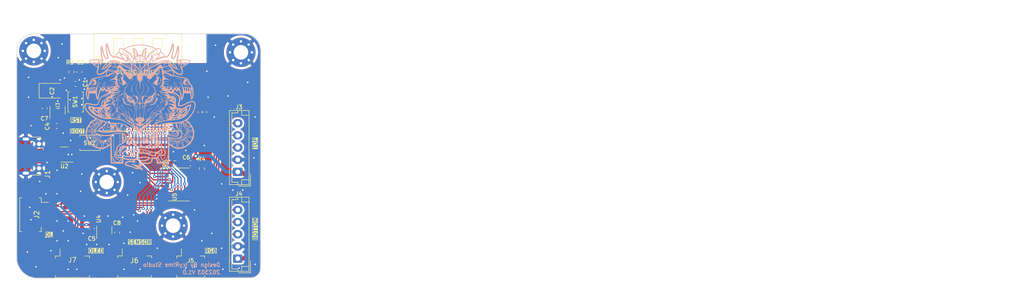
<source format=kicad_pcb>
(kicad_pcb (version 20221018) (generator pcbnew)

  (general
    (thickness 1.6)
  )

  (paper "A5")
  (layers
    (0 "F.Cu" signal)
    (31 "B.Cu" signal)
    (32 "B.Adhes" user "B.Adhesive")
    (33 "F.Adhes" user "F.Adhesive")
    (34 "B.Paste" user)
    (35 "F.Paste" user)
    (36 "B.SilkS" user "B.Silkscreen")
    (37 "F.SilkS" user "F.Silkscreen")
    (38 "B.Mask" user)
    (39 "F.Mask" user)
    (40 "Dwgs.User" user "User.Drawings")
    (41 "Cmts.User" user "User.Comments")
    (42 "Eco1.User" user "User.Eco1")
    (43 "Eco2.User" user "User.Eco2")
    (44 "Edge.Cuts" user)
    (45 "Margin" user)
    (46 "B.CrtYd" user "B.Courtyard")
    (47 "F.CrtYd" user "F.Courtyard")
    (48 "B.Fab" user)
    (49 "F.Fab" user)
    (50 "User.1" user)
    (51 "User.2" user)
    (52 "User.3" user)
    (53 "User.4" user)
    (54 "User.5" user)
    (55 "User.6" user)
    (56 "User.7" user)
    (57 "User.8" user)
    (58 "User.9" user)
  )

  (setup
    (stackup
      (layer "F.SilkS" (type "Top Silk Screen"))
      (layer "F.Paste" (type "Top Solder Paste"))
      (layer "F.Mask" (type "Top Solder Mask") (thickness 0.01))
      (layer "F.Cu" (type "copper") (thickness 0.035))
      (layer "dielectric 1" (type "core") (thickness 1.51) (material "FR4") (epsilon_r 4.5) (loss_tangent 0.02))
      (layer "B.Cu" (type "copper") (thickness 0.035))
      (layer "B.Mask" (type "Bottom Solder Mask") (thickness 0.01))
      (layer "B.Paste" (type "Bottom Solder Paste"))
      (layer "B.SilkS" (type "Bottom Silk Screen"))
      (copper_finish "None")
      (dielectric_constraints no)
    )
    (pad_to_mask_clearance 0)
    (aux_axis_origin 56.5404 76.454)
    (grid_origin 56.5404 76.454)
    (pcbplotparams
      (layerselection 0x00010fc_ffffffff)
      (plot_on_all_layers_selection 0x0000000_00000000)
      (disableapertmacros false)
      (usegerberextensions false)
      (usegerberattributes true)
      (usegerberadvancedattributes true)
      (creategerberjobfile true)
      (dashed_line_dash_ratio 12.000000)
      (dashed_line_gap_ratio 3.000000)
      (svgprecision 4)
      (plotframeref false)
      (viasonmask false)
      (mode 1)
      (useauxorigin false)
      (hpglpennumber 1)
      (hpglpenspeed 20)
      (hpglpendiameter 15.000000)
      (dxfpolygonmode true)
      (dxfimperialunits true)
      (dxfusepcbnewfont true)
      (psnegative false)
      (psa4output false)
      (plotreference true)
      (plotvalue true)
      (plotinvisibletext false)
      (sketchpadsonfab false)
      (subtractmaskfromsilk false)
      (outputformat 1)
      (mirror false)
      (drillshape 1)
      (scaleselection 1)
      (outputdirectory "")
    )
  )

  (net 0 "")
  (net 1 "Net-(U1-EN)")
  (net 2 "GND")
  (net 3 "+3V3")
  (net 4 "VBUS")
  (net 5 "UART_TXD")
  (net 6 "UART_RXD")
  (net 7 "/DATA_T")
  (net 8 "/CS_T")
  (net 9 "/CLK_T")
  (net 10 "/DATA_B")
  (net 11 "/CS_B")
  (net 12 "/CLK_B")
  (net 13 "GPIO4")
  (net 14 "GPIO5")
  (net 15 "/RGB_L")
  (net 16 "/RGB_R")
  (net 17 "GPIO8")
  (net 18 "GPIO10")
  (net 19 "GPIO2")
  (net 20 "GPIO3")
  (net 21 "GPIO7")
  (net 22 "GPIO6")
  (net 23 "Net-(U1-IO9{slash}BOOT)")
  (net 24 "/USB_N")
  (net 25 "/USB_P")
  (net 26 "GPIO1")
  (net 27 "GPIO0")
  (net 28 "unconnected-(U3-NC-Pad4)")
  (net 29 "Net-(U5-CE)")
  (net 30 "Net-(U5-A->B)")
  (net 31 "+3.3V")
  (net 32 "/MUSB_N")
  (net 33 "/MUSB_P")
  (net 34 "unconnected-(J1-ID-Pad4)")
  (net 35 "Net-(U1-IO18)")
  (net 36 "Net-(U1-IO19)")

  (footprint "Capacitor_SMD:C_0603_1608Metric" (layer "F.Cu") (at 64.135 40.3177 -90))

  (footprint "Capacitor_Tantalum_SMD:CP_EIA-3528-12_Kemet-T_Pad1.50x2.35mm_HandSolder" (layer "F.Cu") (at 65.6336 36.6855))

  (footprint "Connector_JST:JST_EH_B5B-EH-A_1x05_P2.50mm_Vertical" (layer "F.Cu") (at 103.759 53.3508 90))

  (footprint "Connector_Molex:Molex_PicoBlade_53261-0471_1x04-1MP_P1.25mm_Horizontal" (layer "F.Cu") (at 61.714 62.1338 -90))

  (footprint "Capacitor_SMD:C_0603_1608Metric" (layer "F.Cu") (at 66.6242 43.9245))

  (footprint "Package_TO_SOT_SMD:SOT-23-3" (layer "F.Cu") (at 76.367601 65.2835 90))

  (footprint "Package_TO_SOT_SMD:SOT-23-6" (layer "F.Cu") (at 68.1812 49.785 180))

  (footprint "MountingHole:MountingHole_3mm_Pad_Via" (layer "F.Cu") (at 104.409 28.8108))

  (footprint "Resistor_SMD:R_0402_1005Metric" (layer "F.Cu") (at 95.9866 41.0718 -90))

  (footprint "Resistor_SMD:R_0603_1608Metric" (layer "F.Cu") (at 90.8558 51.5874 180))

  (footprint "Capacitor_SMD:C_0603_1608Metric" (layer "F.Cu") (at 71.247 32.8422 -90))

  (footprint "Button_Switch_SMD:SW_Push_SPST_NO_Alps_SKRK" (layer "F.Cu") (at 70.485 38.989 90))

  (footprint "Package_SO:TSSOP-20_4.4x6.5mm_P0.65mm" (layer "F.Cu") (at 91.6686 55.9308))

  (footprint "Connector_Molex:Molex_PicoBlade_53261-0471_1x04-1MP_P1.25mm_Horizontal" (layer "F.Cu") (at 69.8246 72.3218))

  (footprint "Capacitor_SMD:C_0603_1608Metric" (layer "F.Cu") (at 78.994 65.8114 90))

  (footprint "Connector_Molex:Molex_PicoBlade_53261-0371_1x03-1MP_P1.25mm_Horizontal" (layer "F.Cu") (at 94.107 72.3138))

  (footprint "Connector_USB:USB_Micro-B_Molex-105017-0001" (layer "F.Cu") (at 61.5117 50.1048 -90))

  (footprint "Capacitor_SMD:C_0603_1608Metric" (layer "F.Cu") (at 73.787 64.9478 -90))

  (footprint "Resistor_SMD:R_0603_1608Metric" (layer "F.Cu") (at 69.6214 32.8422 -90))

  (footprint "Connector_JST:JST_EH_B5B-EH-A_1x05_P2.50mm_Vertical" (layer "F.Cu") (at 103.759 71.1408 90))

  (footprint "Connector_Molex:Molex_PicoBlade_53261-0471_1x04-1MP_P1.25mm_Horizontal" (layer "F.Cu") (at 82.58 72.3008))

  (footprint "MountingHole:MountingHole_3mm_Pad_Via" (layer "F.Cu") (at 61.8998 28.5094))

  (footprint "Resistor_SMD:R_0603_1608Metric" (layer "F.Cu") (at 96.393 52.6796 90))

  (footprint "Capacitor_SMD:C_0603_1608Metric" (layer "F.Cu") (at 70.4342 35.2806))

  (footprint "CustomLIB:ESP32-C3-13" (layer "F.Cu") (at 74.283711 44.9408))

  (footprint "Package_TO_SOT_SMD:SOT-23-5" (layer "F.Cu") (at 66.7766 40.6733 90))

  (footprint "MountingHole:MountingHole_3mm_Pad_Via" (layer "F.Cu") (at 90.48401 64.37281))

  (footprint "Capacitor_SMD:C_0603_1608Metric" (layer "F.Cu") (at 94.0562 51.5874 180))

  (footprint "MountingHole:MountingHole_3mm_Pad_Via" (layer "F.Cu") (at 76.871 55.4228))

  (footprint "Button_Switch_SMD:SW_Push_SPST_NO_Alps_SKRK" (layer "F.Cu") (at 73.4314 47.371 180))

  (footprint "Resistor_SMD:R_0402_1005Metric" (layer "F.Cu") (at 97.0026 41.0718 -90))

  (footprint "LOGO" (layer "B.Cu")
    (tstamp 09c41641-1bc5-41d8-a786-79e21023f928)
    (at 83.693 40.0558 180)
    (attr board_only exclude_from_pos_files exclude_from_bom)
    (fp_text reference "G***" (at -1.016 22.098) (layer "B.SilkS") hide
        (effects (font (size 1.5 1.5) (thickness 0.3)) (justify mirror))
      (tstamp 1b6eab70-2c1b-42cf-bfe4-9fb6f91fea31)
    )
    (fp_text value "LOGO" (at 0.75 0) (layer "B.SilkS") hide
        (effects (font (size 1.5 1.5) (thickness 0.3)) (justify mirror))
      (tstamp d8f47c82-9f2f-49cd-ac87-ce9844d8b7e1)
    )
    (fp_poly
      (pts
        (xy -10.260099 0.453572)
        (xy -10.275739 0.437931)
        (xy -10.29138 0.453572)
        (xy -10.275739 0.469212)
      )

      (stroke (width 0) (type solid)) (fill solid) (layer "B.SilkS") (tstamp 64f355da-5394-4ec9-b03c-b4459c3df295))
    (fp_poly
      (pts
        (xy -10.197537 -3.143719)
        (xy -10.213178 -3.159359)
        (xy -10.228818 -3.143719)
        (xy -10.213178 -3.128079)
      )

      (stroke (width 0) (type solid)) (fill solid) (layer "B.SilkS") (tstamp 6f06dcba-d84f-4562-b1b8-d457e3023599))
    (fp_poly
      (pts
        (xy -9.853449 -3.175)
        (xy -9.869089 -3.19064)
        (xy -9.884729 -3.175)
        (xy -9.869089 -3.159359)
      )

      (stroke (width 0) (type solid)) (fill solid) (layer "B.SilkS") (tstamp 61c5fe50-d29d-493e-a268-26de40e9f4cc))
    (fp_poly
      (pts
        (xy -9.822168 -4.175985)
        (xy -9.837808 -4.191625)
        (xy -9.853449 -4.175985)
        (xy -9.837808 -4.160345)
      )

      (stroke (width 0) (type solid)) (fill solid) (layer "B.SilkS") (tstamp a5c5d653-91b5-4164-aba2-489ec25ae405))
    (fp_poly
      (pts
        (xy -9.790887 -4.113423)
        (xy -9.806527 -4.129064)
        (xy -9.822168 -4.113423)
        (xy -9.806527 -4.097783)
      )

      (stroke (width 0) (type solid)) (fill solid) (layer "B.SilkS") (tstamp e431ff37-43cd-4f95-9c4b-93158182d5dd))
    (fp_poly
      (pts
        (xy -9.697045 -3.519088)
        (xy -9.712685 -3.534729)
        (xy -9.728325 -3.519088)
        (xy -9.712685 -3.503448)
      )

      (stroke (width 0) (type solid)) (fill solid) (layer "B.SilkS") (tstamp 3a638d2d-4455-4e9b-882d-3d101ebae7a3))
    (fp_poly
      (pts
        (xy -9.290394 -7.178941)
        (xy -9.306035 -7.194581)
        (xy -9.321675 -7.178941)
        (xy -9.306035 -7.1633)
      )

      (stroke (width 0) (type solid)) (fill solid) (layer "B.SilkS") (tstamp b6996f98-b0b2-4070-874b-a4eaea4bd868))
    (fp_poly
      (pts
        (xy -9.290394 -6.553325)
        (xy -9.306035 -6.568965)
        (xy -9.321675 -6.553325)
        (xy -9.306035 -6.537684)
      )

      (stroke (width 0) (type solid)) (fill solid) (layer "B.SilkS") (tstamp dce2ac48-4ee8-40ac-9521-711b5f0c9687))
    (fp_poly
      (pts
        (xy -9.196552 -6.052832)
        (xy -9.212192 -6.068473)
        (xy -9.227833 -6.052832)
        (xy -9.212192 -6.037192)
      )

      (stroke (width 0) (type solid)) (fill solid) (layer "B.SilkS") (tstamp 437a0eec-8cee-4a29-bb09-806b4a38976f))
    (fp_poly
      (pts
        (xy -9.165271 -6.678448)
        (xy -9.180912 -6.694088)
        (xy -9.196552 -6.678448)
        (xy -9.180912 -6.662808)
      )

      (stroke (width 0) (type solid)) (fill solid) (layer "B.SilkS") (tstamp 11237304-707f-42ce-9eae-322d0026c08f))
    (fp_poly
      (pts
        (xy -9.165271 4.394951)
        (xy -9.180912 4.379311)
        (xy -9.196552 4.394951)
        (xy -9.180912 4.410591)
      )

      (stroke (width 0) (type solid)) (fill solid) (layer "B.SilkS") (tstamp 727863e7-5d6b-4cf0-bb8c-ed7e2d7a4c66))
    (fp_poly
      (pts
        (xy -9.13399 3.894458)
        (xy -9.149631 3.878818)
        (xy -9.165271 3.894458)
        (xy -9.149631 3.910099)
      )

      (stroke (width 0) (type solid)) (fill solid) (layer "B.SilkS") (tstamp 3fea48ad-066a-4a95-8e8e-5dcf7a654161))
    (fp_poly
      (pts
        (xy -9.008867 5.677463)
        (xy -9.024508 5.661823)
        (xy -9.040148 5.677463)
        (xy -9.024508 5.693104)
      )

      (stroke (width 0) (type solid)) (fill solid) (layer "B.SilkS") (tstamp 9e62dd72-843e-47c7-9f43-edefc36a1736))
    (fp_poly
      (pts
        (xy -8.883744 -6.803571)
        (xy -8.899384 -6.819212)
        (xy -8.915025 -6.803571)
        (xy -8.899384 -6.787931)
      )

      (stroke (width 0) (type solid)) (fill solid) (layer "B.SilkS") (tstamp bc3cfcd7-4253-467f-abc0-4ff6ad6c8eba))
    (fp_poly
      (pts
        (xy -8.883744 -5.302093)
        (xy -8.899384 -5.317734)
        (xy -8.915025 -5.302093)
        (xy -8.899384 -5.286453)
      )

      (stroke (width 0) (type solid)) (fill solid) (layer "B.SilkS") (tstamp a9448d39-49e0-48cf-9c07-ef76cad77b91))
    (fp_poly
      (pts
        (xy -8.72734 8.117365)
        (xy -8.742981 8.101724)
        (xy -8.758621 8.117365)
        (xy -8.742981 8.133005)
      )

      (stroke (width 0) (type solid)) (fill solid) (layer "B.SilkS") (tstamp 8dc21f87-9464-4a4f-affc-e4186d461e74))
    (fp_poly
      (pts
        (xy -8.539655 4.426232)
        (xy -8.555296 4.410591)
        (xy -8.570936 4.426232)
        (xy -8.555296 4.441872)
      )

      (stroke (width 0) (type solid)) (fill solid) (layer "B.SilkS") (tstamp 4c516b55-ddd3-470d-be3d-eddcad225ed7))
    (fp_poly
      (pts
        (xy -8.289409 -7.397906)
        (xy -8.305049 -7.413546)
        (xy -8.32069 -7.397906)
        (xy -8.305049 -7.382266)
      )

      (stroke (width 0) (type solid)) (fill solid) (layer "B.SilkS") (tstamp 4eae234c-5147-4be5-a557-daebd55dd998))
    (fp_poly
      (pts
        (xy -8.226848 4.113424)
        (xy -8.242488 4.097784)
        (xy -8.258128 4.113424)
        (xy -8.242488 4.129064)
      )

      (stroke (width 0) (type solid)) (fill solid) (layer "B.SilkS") (tstamp c1e93a47-3392-4d63-b7ce-a1089fa99648))
    (fp_poly
      (pts
        (xy -8.133005 8.555296)
        (xy -8.148646 8.539655)
        (xy -8.164286 8.555296)
        (xy -8.148646 8.570936)
      )

      (stroke (width 0) (type solid)) (fill solid) (layer "B.SilkS") (tstamp 44764505-44b7-402c-bdec-0c0da847ebe1))
    (fp_poly
      (pts
        (xy -7.663793 -0.046921)
        (xy -7.679434 -0.062561)
        (xy -7.695074 -0.046921)
        (xy -7.679434 -0.03128)
      )

      (stroke (width 0) (type solid)) (fill solid) (layer "B.SilkS") (tstamp fe09c2d3-347f-4c3c-802a-317d7d0028e7))
    (fp_poly
      (pts
        (xy -7.632513 -8.367611)
        (xy -7.648153 -8.383251)
        (xy -7.663793 -8.367611)
        (xy -7.648153 -8.35197)
      )

      (stroke (width 0) (type solid)) (fill solid) (layer "B.SilkS") (tstamp b743c4be-e430-4db7-8014-d21c2799ba38))
    (fp_poly
      (pts
        (xy -7.632513 -2.330418)
        (xy -7.648153 -2.346059)
        (xy -7.663793 -2.330418)
        (xy -7.648153 -2.314778)
      )

      (stroke (width 0) (type solid)) (fill solid) (layer "B.SilkS") (tstamp bd36f31d-d7fd-4c91-9eca-a19bc9fee503))
    (fp_poly
      (pts
        (xy -7.632513 2.3617)
        (xy -7.648153 2.346059)
        (xy -7.663793 2.3617)
        (xy -7.648153 2.37734)
      )

      (stroke (width 0) (type solid)) (fill solid) (layer "B.SilkS") (tstamp e0339112-3fa7-4447-8b96-5edbcf40836c))
    (fp_poly
      (pts
        (xy -7.601232 -0.547413)
        (xy -7.616872 -0.563054)
        (xy -7.632513 -0.547413)
        (xy -7.616872 -0.531773)
      )

      (stroke (width 0) (type solid)) (fill solid) (layer "B.SilkS") (tstamp c22881da-9b8a-401f-8c98-79c569fb2bc6))
    (fp_poly
      (pts
        (xy -7.413547 -5.114409)
        (xy -7.429187 -5.130049)
        (xy -7.444828 -5.114409)
        (xy -7.429187 -5.098768)
      )

      (stroke (width 0) (type solid)) (fill solid) (layer "B.SilkS") (tstamp 7fb4d371-568b-4595-8a84-09e245403a01))
    (fp_poly
      (pts
        (xy -7.413547 4.926724)
        (xy -7.429187 4.911084)
        (xy -7.444828 4.926724)
        (xy -7.429187 4.942365)
      )

      (stroke (width 0) (type solid)) (fill solid) (layer "B.SilkS") (tstamp 6aaed20c-4161-4869-bf33-0822ad39b8cf))
    (fp_poly
      (pts
        (xy -7.350985 6.803572)
        (xy -7.366626 6.787931)
        (xy -7.382266 6.803572)
        (xy -7.366626 6.819212)
      )

      (stroke (width 0) (type solid)) (fill solid) (layer "B.SilkS") (tstamp 97e2da1e-1575-4c6d-be88-f9edb0bf88e3))
    (fp_poly
      (pts
        (xy -7.288424 11.245444)
        (xy -7.304064 11.229803)
        (xy -7.319705 11.245444)
        (xy -7.304064 11.261084)
      )

      (stroke (width 0) (type solid)) (fill solid) (layer "B.SilkS") (tstamp 013c78c1-cbb4-4ea0-89b4-15bb10dfb7cf))
    (fp_poly
      (pts
        (xy -7.194582 2.205296)
        (xy -7.210222 2.189655)
        (xy -7.225862 2.205296)
        (xy -7.210222 2.220936)
      )

      (stroke (width 0) (type solid)) (fill solid) (layer "B.SilkS") (tstamp 91a1c694-bf82-4e46-8138-37382e08c3a3))
    (fp_poly
      (pts
        (xy -7.006897 -4.832881)
        (xy -7.022537 -4.848522)
        (xy -7.038178 -4.832881)
        (xy -7.022537 -4.817241)
      )

      (stroke (width 0) (type solid)) (fill solid) (layer "B.SilkS") (tstamp 8aa0715c-dce0-4e9a-acf8-e68cd2ce8b62))
    (fp_poly
      (pts
        (xy -6.944335 13.059729)
        (xy -6.959976 13.044089)
        (xy -6.975616 13.059729)
        (xy -6.959976 13.07537)
      )

      (stroke (width 0) (type solid)) (fill solid) (layer "B.SilkS") (tstamp 242e8b5e-9b5e-4b56-af6f-71a8a8117976))
    (fp_poly
      (pts
        (xy -6.787931 5.051848)
        (xy -6.803572 5.036207)
        (xy -6.819212 5.051848)
        (xy -6.803572 5.067488)
      )

      (stroke (width 0) (type solid)) (fill solid) (layer "B.SilkS") (tstamp db4ab74f-5209-44f1-9db5-5712966f0049))
    (fp_poly
      (pts
        (xy -6.662808 -1.141748)
        (xy -6.678449 -1.157389)
        (xy -6.694089 -1.141748)
        (xy -6.678449 -1.126108)
      )

      (stroke (width 0) (type solid)) (fill solid) (layer "B.SilkS") (tstamp 4ea894d6-c5ec-48fb-8cca-d68475434b04))
    (fp_poly
      (pts
        (xy -6.443843 -6.678448)
        (xy -6.459483 -6.694088)
        (xy -6.475123 -6.678448)
        (xy -6.459483 -6.662808)
      )

      (stroke (width 0) (type solid)) (fill solid) (layer "B.SilkS") (tstamp 5f3c5567-9635-4077-a7ca-ba5a919147af))
    (fp_poly
      (pts
        (xy -6.443843 -4.551354)
        (xy -6.459483 -4.566995)
        (xy -6.475123 -4.551354)
        (xy -6.459483 -4.535714)
      )

      (stroke (width 0) (type solid)) (fill solid) (layer "B.SilkS") (tstamp 7215e687-4c18-4881-a0af-ad881bb76249))
    (fp_poly
      (pts
        (xy -6.412562 8.961946)
        (xy -6.428202 8.946306)
        (xy -6.443843 8.961946)
        (xy -6.428202 8.977587)
      )

      (stroke (width 0) (type solid)) (fill solid) (layer "B.SilkS") (tstamp a11f4c7b-abc1-4901-9ce9-19bbb2fe6659))
    (fp_poly
      (pts
        (xy -6.35 11.214163)
        (xy -6.365641 11.198522)
        (xy -6.381281 11.214163)
        (xy -6.365641 11.229803)
      )

      (stroke (width 0) (type solid)) (fill solid) (layer "B.SilkS") (tstamp a1bc0fd7-86d6-4e13-ad94-000100dbd1e1))
    (fp_poly
      (pts
        (xy -6.287439 -6.866133)
        (xy -6.303079 -6.881773)
        (xy -6.318719 -6.866133)
        (xy -6.303079 -6.850492)
      )

      (stroke (width 0) (type solid)) (fill solid) (layer "B.SilkS") (tstamp 2c27ce0e-19ff-47b9-99d0-f8001057e5d9))
    (fp_poly
      (pts
        (xy -6.287439 2.080173)
        (xy -6.303079 2.064532)
        (xy -6.318719 2.080173)
        (xy -6.303079 2.095813)
      )

      (stroke (width 0) (type solid)) (fill solid) (layer "B.SilkS") (tstamp 549d0174-8969-42ed-abb6-786775eecb07))
    (fp_poly
      (pts
        (xy -6.131035 3.393966)
        (xy -6.146675 3.378325)
        (xy -6.162315 3.393966)
        (xy -6.146675 3.409606)
      )

      (stroke (width 0) (type solid)) (fill solid) (layer "B.SilkS") (tstamp 4a2e833f-be10-441f-99ee-503a5cfdfeec))
    (fp_poly
      (pts
        (xy -6.037192 -6.678448)
        (xy -6.052833 -6.694088)
        (xy -6.068473 -6.678448)
        (xy -6.052833 -6.662808)
      )

      (stroke (width 0) (type solid)) (fill solid) (layer "B.SilkS") (tstamp d1c792bd-bff5-400a-a3c9-c9020631927e))
    (fp_poly
      (pts
        (xy -5.818227 -1.047906)
        (xy -5.833867 -1.063546)
        (xy -5.849508 -1.047906)
        (xy -5.833867 -1.032266)
      )

      (stroke (width 0) (type solid)) (fill solid) (layer "B.SilkS") (tstamp 7bc807b5-3328-451b-a31a-37e6ebeccc54))
    (fp_poly
      (pts
        (xy -5.818227 0.046921)
        (xy -5.833867 0.031281)
        (xy -5.849508 0.046921)
        (xy -5.833867 0.062562)
      )

      (stroke (width 0) (type solid)) (fill solid) (layer "B.SilkS") (tstamp 4e20feb4-b51a-41fe-aeb3-4cbf392aec61))
    (fp_poly
      (pts
        (xy -5.818227 0.109483)
        (xy -5.833867 0.093843)
        (xy -5.849508 0.109483)
        (xy -5.833867 0.125123)
      )

      (stroke (width 0) (type solid)) (fill solid) (layer "B.SilkS") (tstamp a1b355b8-7f8f-4dad-8ef9-97b48477b395))
    (fp_poly
      (pts
        (xy -5.693104 0.578695)
        (xy -5.708744 0.563054)
        (xy -5.724384 0.578695)
        (xy -5.708744 0.594335)
      )

      (stroke (width 0) (type solid)) (fill solid) (layer "B.SilkS") (tstamp cac8010b-1912-4ff7-b2b2-ef4ddde0f59d))
    (fp_poly
      (pts
        (xy -5.693104 3.800616)
        (xy -5.708744 3.784976)
        (xy -5.724384 3.800616)
        (xy -5.708744 3.816256)
      )

      (stroke (width 0) (type solid)) (fill solid) (layer "B.SilkS") (tstamp 02f33bc7-6aa9-48b2-960a-b862d326151e))
    (fp_poly
      (pts
        (xy -5.567981 6.396921)
        (xy -5.583621 6.381281)
        (xy -5.599261 6.396921)
        (xy -5.583621 6.412562)
      )

      (stroke (width 0) (type solid)) (fill solid) (layer "B.SilkS") (tstamp 4b9fd44c-1dda-47bb-8f57-d54e02beb0d4))
    (fp_poly
      (pts
        (xy -5.5367 4.864163)
        (xy -5.55234 4.848522)
        (xy -5.567981 4.864163)
        (xy -5.55234 4.879803)
      )

      (stroke (width 0) (type solid)) (fill solid) (layer "B.SilkS") (tstamp fa6deb5b-9fb9-418d-8455-9044e0a2c4c1))
    (fp_poly
      (pts
        (xy -5.5367 9.087069)
        (xy -5.55234 9.071429)
        (xy -5.567981 9.087069)
        (xy -5.55234 9.10271)
      )

      (stroke (width 0) (type solid)) (fill solid) (layer "B.SilkS") (tstamp f0b6f72f-74a2-41b3-94c1-405bc8007552))
    (fp_poly
      (pts
        (xy -5.255173 7.992242)
        (xy -5.270813 7.976601)
        (xy -5.286453 7.992242)
        (xy -5.270813 8.007882)
      )

      (stroke (width 0) (type solid)) (fill solid) (layer "B.SilkS") (tstamp 01688ad7-ebe7-410a-959d-bf57aa178e70))
    (fp_poly
      (pts
        (xy -5.036207 8.961946)
        (xy -5.051848 8.946306)
        (xy -5.067488 8.961946)
        (xy -5.051848 8.977587)
      )

      (stroke (width 0) (type solid)) (fill solid) (layer "B.SilkS") (tstamp 5840427b-a767-4742-8a62-a7e1581bed38))
    (fp_poly
      (pts
        (xy -4.942365 -10.682389)
        (xy -4.958005 -10.698029)
        (xy -4.973646 -10.682389)
        (xy -4.958005 -10.666748)
      )

      (stroke (width 0) (type solid)) (fill solid) (layer "B.SilkS") (tstamp 5a89b03d-16e7-4dc4-96cc-2d80790fe8f0))
    (fp_poly
      (pts
        (xy -4.785961 -11.089039)
        (xy -4.801601 -11.104679)
        (xy -4.817242 -11.089039)
        (xy -4.801601 -11.073399)
      )

      (stroke (width 0) (type solid)) (fill solid) (layer "B.SilkS") (tstamp 322563f9-a809-4996-b897-bd66287840e0))
    (fp_poly
      (pts
        (xy -4.785961 8.555296)
        (xy -4.801601 8.539655)
        (xy -4.817242 8.555296)
        (xy -4.801601 8.570936)
      )

      (stroke (width 0) (type solid)) (fill solid) (layer "B.SilkS") (tstamp 07ab62ff-a518-41e9-a358-ed3dc8d597d6))
    (fp_poly
      (pts
        (xy -4.598276 -3.675492)
        (xy -4.613916 -3.691133)
        (xy -4.629557 -3.675492)
        (xy -4.613916 -3.659852)
      )

      (stroke (width 0) (type solid)) (fill solid) (layer "B.SilkS") (tstamp 41669e27-362b-497d-9abd-84a578813701))
    (fp_poly
      (pts
        (xy -4.441872 -0.703817)
        (xy -4.457513 -0.719458)
        (xy -4.473153 -0.703817)
        (xy -4.457513 -0.688177)
      )

      (stroke (width 0) (type solid)) (fill solid) (layer "B.SilkS") (tstamp 6df9720a-c122-4453-81b4-a8cc2d212bd9))
    (fp_poly
      (pts
        (xy -4.379311 0.735099)
        (xy -4.394951 0.719458)
        (xy -4.410591 0.735099)
        (xy -4.394951 0.750739)
      )

      (stroke (width 0) (type solid)) (fill solid) (layer "B.SilkS") (tstamp a71357ce-e3bb-4c29-b416-2f50db990b2a))
    (fp_poly
      (pts
        (xy -4.34803 -11.089039)
        (xy -4.36367 -11.104679)
        (xy -4.379311 -11.089039)
        (xy -4.36367 -11.073399)
      )

      (stroke (width 0) (type solid)) (fill solid) (layer "B.SilkS") (tstamp 6724d1f6-bbe0-4f1f-b716-e60e7227362a))
    (fp_poly
      (pts
        (xy -4.285468 2.048892)
        (xy -4.301109 2.033252)
        (xy -4.316749 2.048892)
        (xy -4.301109 2.064532)
      )

      (stroke (width 0) (type solid)) (fill solid) (layer "B.SilkS") (tstamp 47410050-58d3-4709-ace1-2f963d7651e1))
    (fp_poly
      (pts
        (xy -4.222907 9.431158)
        (xy -4.238547 9.415518)
        (xy -4.254187 9.431158)
        (xy -4.238547 9.446798)
      )

      (stroke (width 0) (type solid)) (fill solid) (layer "B.SilkS") (tstamp a3475bec-9904-4513-a9e8-afc798b68c12))
    (fp_poly
      (pts
        (xy -4.191626 1.360715)
        (xy -4.207266 1.345074)
        (xy -4.222907 1.360715)
        (xy -4.207266 1.376355)
      )

      (stroke (width 0) (type solid)) (fill solid) (layer "B.SilkS") (tstamp 2084be28-b6e1-46a4-8ce5-b8b14bf2529f))
    (fp_poly
      (pts
        (xy -4.160345 -7.55431)
        (xy -4.175985 -7.56995)
        (xy -4.191626 -7.55431)
        (xy -4.175985 -7.53867)
      )

      (stroke (width 0) (type solid)) (fill solid) (layer "B.SilkS") (tstamp ccdcc5e4-6a19-4f6e-a4e3-664275aa2f77))
    (fp_poly
      (pts
        (xy -4.066503 -1.047906)
        (xy -4.082143 -1.063546)
        (xy -4.097783 -1.047906)
        (xy -4.082143 -1.032266)
      )

      (stroke (width 0) (type solid)) (fill solid) (layer "B.SilkS") (tstamp 83e0e015-5de9-4a41-9f6a-fabdfaf0e11c))
    (fp_poly
      (pts
        (xy -4.066503 8.680419)
        (xy -4.082143 8.664779)
        (xy -4.097783 8.680419)
        (xy -4.082143 8.696059)
      )

      (stroke (width 0) (type solid)) (fill solid) (layer "B.SilkS") (tstamp 8717397a-aab1-4cf8-ac2e-c87093cfc5b3))
    (fp_poly
      (pts
        (xy -4.066503 10.963917)
        (xy -4.082143 10.948276)
        (xy -4.097783 10.963917)
        (xy -4.082143 10.979557)
      )

      (stroke (width 0) (type solid)) (fill solid) (layer "B.SilkS") (tstamp 5e0d1ae2-8a6a-44c8-9c7c-dd0cf23a0a9a))
    (fp_poly
      (pts
        (xy -4.035222 -2.424261)
        (xy -4.050862 -2.439901)
        (xy -4.066503 -2.424261)
        (xy -4.050862 -2.40862)
      )

      (stroke (width 0) (type solid)) (fill solid) (layer "B.SilkS") (tstamp cf452686-53a5-4f9a-974e-07bcb5e74dfa))
    (fp_poly
      (pts
        (xy -4.003941 3.081158)
        (xy -4.019582 3.065518)
        (xy -4.035222 3.081158)
        (xy -4.019582 3.096798)
      )

      (stroke (width 0) (type solid)) (fill solid) (layer "B.SilkS") (tstamp 787fe0da-7bdc-4463-87e1-e10e95f77129))
    (fp_poly
      (pts
        (xy -3.847537 -8.899384)
        (xy -3.863178 -8.915024)
        (xy -3.878818 -8.899384)
        (xy -3.863178 -8.883744)
      )

      (stroke (width 0) (type solid)) (fill solid) (layer "B.SilkS") (tstamp 2c33d27f-b717-4dd0-8cc1-4b2a43adc0d6))
    (fp_poly
      (pts
        (xy -3.847537 -2.580665)
        (xy -3.863178 -2.596305)
        (xy -3.878818 -2.580665)
        (xy -3.863178 -2.565024)
      )

      (stroke (width 0) (type solid)) (fill solid) (layer "B.SilkS") (tstamp 0ff6ebe5-6afc-473d-a1ac-92923427ed9e))
    (fp_poly
      (pts
        (xy -3.753695 11.182882)
        (xy -3.769335 11.167242)
        (xy -3.784976 11.182882)
        (xy -3.769335 11.198522)
      )

      (stroke (width 0) (type solid)) (fill solid) (layer "B.SilkS") (tstamp defef63e-9cea-4cea-80a8-afea37c2598c))
    (fp_poly
      (pts
        (xy -3.597291 9.055788)
        (xy -3.612931 9.040148)
        (xy -3.628572 9.055788)
        (xy -3.612931 9.071429)
      )

      (stroke (width 0) (type solid)) (fill solid) (layer "B.SilkS") (tstamp 41893eed-586b-4f2e-bc62-8272ef9e1c42))
    (fp_poly
      (pts
        (xy -3.56601 -0.547413)
        (xy -3.58165 -0.563054)
        (xy -3.597291 -0.547413)
        (xy -3.58165 -0.531773)
      )

      (stroke (width 0) (type solid)) (fill solid) (layer "B.SilkS") (tstamp 50270ce5-8d84-4997-8edc-7f120948742b))
    (fp_poly
      (pts
        (xy -3.534729 9.024508)
        (xy -3.55037 9.008867)
        (xy -3.56601 9.024508)
        (xy -3.55037 9.040148)
      )

      (stroke (width 0) (type solid)) (fill solid) (layer "B.SilkS") (tstamp 802ab10f-e67c-4632-811c-d1c35edd3b8b))
    (fp_poly
      (pts
        (xy -3.378325 -11.589532)
        (xy -3.393966 -11.605172)
        (xy -3.409606 -11.589532)
        (xy -3.393966 -11.573891)
      )

      (stroke (width 0) (type solid)) (fill solid) (layer "B.SilkS") (tstamp 905000d3-a933-4321-924d-4f5e4b001c0f))
    (fp_poly
      (pts
        (xy -3.284483 -1.173029)
        (xy -3.300123 -1.18867)
        (xy -3.315764 -1.173029)
        (xy -3.300123 -1.157389)
      )

      (stroke (width 0) (type solid)) (fill solid) (layer "B.SilkS") (tstamp 583782d1-6567-434e-96e8-23a743befe56))
    (fp_poly
      (pts
        (xy -3.221921 -6.177955)
        (xy -3.237562 -6.193596)
        (xy -3.253202 -6.177955)
        (xy -3.237562 -6.162315)
      )

      (stroke (width 0) (type solid)) (fill solid) (layer "B.SilkS") (tstamp 27d0d15d-d2b3-4432-a47b-88b8c26e1bc8))
    (fp_poly
      (pts
        (xy -3.190641 2.048892)
        (xy -3.206281 2.033252)
        (xy -3.221921 2.048892)
        (xy -3.206281 2.064532)
      )

      (stroke (width 0) (type solid)) (fill solid) (layer "B.SilkS") (tstamp d9b2fb3d-412e-4909-9abc-8d1f05abd346))
    (fp_poly
      (pts
        (xy -3.096798 4.582636)
        (xy -3.112439 4.566995)
        (xy -3.128079 4.582636)
        (xy -3.112439 4.598276)
      )

      (stroke (width 0) (type solid)) (fill solid) (layer "B.SilkS") (tstamp b5656c0f-5daf-47b6-9330-05ad7edffea1))
    (fp_poly
      (pts
        (xy -2.721429 5.020567)
        (xy -2.737069 5.004926)
        (xy -2.75271 5.020567)
        (xy -2.737069 5.036207)
      )

      (stroke (width 0) (type solid)) (fill solid) (layer "B.SilkS") (tstamp dfe274fe-b989-4407-9dbd-4a582917b3a9))
    (fp_poly
      (pts
        (xy -2.721429 8.7117)
        (xy -2.737069 8.696059)
        (xy -2.75271 8.7117)
        (xy -2.737069 8.72734)
      )

      (stroke (width 0) (type solid)) (fill solid) (layer "B.SilkS") (tstamp af716a54-ab77-48bb-b615-becce7e46e6f))
    (fp_poly
      (pts
        (xy -2.627586 6.146675)
        (xy -2.643227 6.131035)
        (xy -2.658867 6.146675)
        (xy -2.643227 6.162316)
      )

      (stroke (width 0) (type solid)) (fill solid) (layer "B.SilkS") (tstamp 9311d537-6350-4ad7-8be9-edc9fde176e4))
    (fp_poly
      (pts
        (xy -2.439902 -2.580665)
        (xy -2.455542 -2.596305)
        (xy -2.471182 -2.580665)
        (xy -2.455542 -2.565024)
      )

      (stroke (width 0) (type solid)) (fill solid) (layer "B.SilkS") (tstamp fdde56ac-c1ec-49d7-a8c2-0f1f0fab3a2d))
    (fp_poly
      (pts
        (xy -2.439902 0.860222)
        (xy -2.455542 0.844582)
        (xy -2.471182 0.860222)
        (xy -2.455542 0.875862)
      )

      (stroke (width 0) (type solid)) (fill solid) (layer "B.SilkS") (tstamp b3f7d233-2353-42d8-9dce-1ae86a923327))
    (fp_poly
      (pts
        (xy -2.408621 1.141749)
        (xy -2.424261 1.126109)
        (xy -2.439902 1.141749)
        (xy -2.424261 1.157389)
      )

      (stroke (width 0) (type solid)) (fill solid) (layer "B.SilkS") (tstamp 942f3464-0402-4107-ae09-42cd47e496a6))
    (fp_poly
      (pts
        (xy -2.408621 8.33633)
        (xy -2.424261 8.32069)
        (xy -2.439902 8.33633)
        (xy -2.424261 8.351971)
      )

      (stroke (width 0) (type solid)) (fill solid) (layer "B.SilkS") (tstamp e2de3bb4-0a47-4401-a1f8-e6373c6a7857))
    (fp_poly
      (pts
        (xy -2.314779 -11.464409)
        (xy -2.330419 -11.480049)
        (xy -2.346059 -11.464409)
        (xy -2.330419 -11.448768)
      )

      (stroke (width 0) (type solid)) (fill solid) (layer "B.SilkS") (tstamp 5d7110a2-f1ca-46ad-aafc-4c10894e8851))
    (fp_poly
      (pts
        (xy -2.283498 -2.361699)
        (xy -2.299138 -2.37734)
        (xy -2.314779 -2.361699)
        (xy -2.299138 -2.346059)
      )

      (stroke (width 0) (type solid)) (fill solid) (layer "B.SilkS") (tstamp c9361053-a984-4219-831c-500d4ed85c1c))
    (fp_poly
      (pts
        (xy -2.283498 -1.829926)
        (xy -2.299138 -1.845566)
        (xy -2.314779 -1.829926)
        (xy -2.299138 -1.814285)
      )

      (stroke (width 0) (type solid)) (fill solid) (layer "B.SilkS") (tstamp f19e8bf2-08ac-465b-b2c4-44c5e0fb6661))
    (fp_poly
      (pts
        (xy -2.283498 -0.954064)
        (xy -2.299138 -0.969704)
        (xy -2.314779 -0.954064)
        (xy -2.299138 -0.938423)
      )

      (stroke (width 0) (type solid)) (fill solid) (layer "B.SilkS") (tstamp 2a359fef-bf2e-4546-8a8c-6ec69cfb1d35))
    (fp_poly
      (pts
        (xy -2.283498 11.433128)
        (xy -2.299138 11.417488)
        (xy -2.314779 11.433128)
        (xy -2.299138 11.448769)
      )

      (stroke (width 0) (type solid)) (fill solid) (layer "B.SilkS") (tstamp 730f7860-bded-4e09-a095-4870ed2d5bb3))
    (fp_poly
      (pts
        (xy -2.220936 7.11638)
        (xy -2.236577 7.100739)
        (xy -2.252217 7.11638)
        (xy -2.236577 7.13202)
      )

      (stroke (width 0) (type solid)) (fill solid) (layer "B.SilkS") (tstamp b2eb6a5b-da85-4bbb-8ca2-354e96c02e86))
    (fp_poly
      (pts
        (xy -2.189655 -5.427216)
        (xy -2.205296 -5.442857)
        (xy -2.220936 -5.427216)
        (xy -2.205296 -5.411576)
      )

      (stroke (width 0) (type solid)) (fill solid) (layer "B.SilkS") (tstamp 442b116c-140c-41d3-ad95-b79bf122326a))
    (fp_poly
      (pts
        (xy -2.189655 -4.175985)
        (xy -2.205296 -4.191625)
        (xy -2.220936 -4.175985)
        (xy -2.205296 -4.160345)
      )

      (stroke (width 0) (type solid)) (fill solid) (layer "B.SilkS") (tstamp b1844c99-84a5-44ff-9b93-5fae32492a3c))
    (fp_poly
      (pts
        (xy -2.189655 0.39101)
        (xy -2.205296 0.37537)
        (xy -2.220936 0.39101)
        (xy -2.205296 0.406651)
      )

      (stroke (width 0) (type solid)) (fill solid) (layer "B.SilkS") (tstamp a588d22b-a3b8-493b-9f33-0c70b8ddab95))
    (fp_poly
      (pts
        (xy -2.189655 9.243473)
        (xy -2.205296 9.227833)
        (xy -2.220936 9.243473)
        (xy -2.205296 9.259114)
      )

      (stroke (width 0) (type solid)) (fill solid) (layer "B.SilkS") (tstamp 4e3450e5-df21-494a-99ce-5c01e071e9c6))
    (fp_poly
      (pts
        (xy -2.189655 10.776232)
        (xy -2.205296 10.760591)
        (xy -2.220936 10.776232)
        (xy -2.205296 10.791872)
      )

      (stroke (width 0) (type solid)) (fill solid) (layer "B.SilkS") (tstamp 089c1ad6-3966-40dc-bd27-19c0f2d576ed))
    (fp_poly
      (pts
        (xy -2.158375 -5.489778)
        (xy -2.174015 -5.505418)
        (xy -2.189655 -5.489778)
        (xy -2.174015 -5.474138)
      )

      (stroke (width 0) (type solid)) (fill solid) (layer "B.SilkS") (tstamp d94eb648-5b48-4c09-b896-1a7db2c2f1f5))
    (fp_poly
      (pts
        (xy -2.158375 0.328449)
        (xy -2.174015 0.312808)
        (xy -2.189655 0.328449)
        (xy -2.174015 0.344089)
      )

      (stroke (width 0) (type solid)) (fill solid) (layer "B.SilkS") (tstamp 5f217d3c-2f71-4328-928b-7c7b77f6d938))
    (fp_poly
      (pts
        (xy -2.001971 -6.709729)
        (xy -2.017611 -6.725369)
        (xy -2.033251 -6.709729)
        (xy -2.017611 -6.694088)
      )

      (stroke (width 0) (type solid)) (fill solid) (layer "B.SilkS") (tstamp 4b62e55e-6b46-49df-a81c-ed9173b1e015))
    (fp_poly
      (pts
        (xy -2.001971 -3.894458)
        (xy -2.017611 -3.910098)
        (xy -2.033251 -3.894458)
        (xy -2.017611 -3.878817)
      )

      (stroke (width 0) (type solid)) (fill solid) (layer "B.SilkS") (tstamp 1eaba0c8-79d4-471d-bb52-edb9ece83688))
    (fp_poly
      (pts
        (xy -2.001971 -3.362684)
        (xy -2.017611 -3.378325)
        (xy -2.033251 -3.362684)
        (xy -2.017611 -3.347044)
      )

      (stroke (width 0) (type solid)) (fill solid) (layer "B.SilkS") (tstamp 959cf9ad-aeaa-409f-812c-006d9cafb62d))
    (fp_poly
      (pts
        (xy -1.939409 -3.800615)
        (xy -1.955049 -3.816256)
        (xy -1.97069 -3.800615)
        (xy -1.955049 -3.784975)
      )

      (stroke (width 0) (type solid)) (fill solid) (layer "B.SilkS") (tstamp 4f6f2444-8a16-462e-b3b7-b23ba87e6e25))
    (fp_poly
      (pts
        (xy -1.908128 1.57968)
        (xy -1.923769 1.56404)
        (xy -1.939409 1.57968)
        (xy -1.923769 1.595321)
      )

      (stroke (width 0) (type solid)) (fill solid) (layer "B.SilkS") (tstamp f113fcf1-eae4-429c-af4a-efaca1d4fc82))
    (fp_poly
      (pts
        (xy -1.783005 -9.368596)
        (xy -1.798646 -9.384236)
        (xy -1.814286 -9.368596)
        (xy -1.798646 -9.352955)
      )

      (stroke (width 0) (type solid)) (fill solid) (layer "B.SilkS") (tstamp 94bd6034-784e-40f8-949c-adc1b074713f))
    (fp_poly
      (pts
        (xy -1.689163 5.395936)
        (xy -1.704803 5.380296)
        (xy -1.720444 5.395936)
        (xy -1.704803 5.411577)
      )

      (stroke (width 0) (type solid)) (fill solid) (layer "B.SilkS") (tstamp 856399d5-9b79-4b7c-8a46-79ad191c2f68))
    (fp_poly
      (pts
        (xy -1.59532 3.738054)
        (xy -1.610961 3.722414)
        (xy -1.626601 3.738054)
        (xy -1.610961 3.753695)
      )

      (stroke (width 0) (type solid)) (fill solid) (layer "B.SilkS") (tstamp 888ccac0-38d4-48a5-bb12-d8a110406fe1))
    (fp_poly
      (pts
        (xy -1.470197 12.183867)
        (xy -1.485838 12.168227)
        (xy -1.501478 12.183867)
        (xy -1.485838 12.199508)
      )

      (stroke (width 0) (type solid)) (fill solid) (layer "B.SilkS") (tstamp f7e05cd9-b198-46b4-b148-876d1aebf557))
    (fp_poly
      (pts
        (xy -1.438916 8.586577)
        (xy -1.454557 8.570936)
        (xy -1.470197 8.586577)
        (xy -1.454557 8.602217)
      )

      (stroke (width 0) (type solid)) (fill solid) (layer "B.SilkS") (tstamp 3448374a-9b80-4fda-8480-13ff96e76c94))
    (fp_poly
      (pts
        (xy -1.376355 2.392981)
        (xy -1.391995 2.37734)
        (xy -1.407636 2.392981)
        (xy -1.391995 2.408621)
      )

      (stroke (width 0) (type solid)) (fill solid) (layer "B.SilkS") (tstamp dea0297d-2df1-4bfc-8238-3ae9989825b4))
    (fp_poly
      (pts
        (xy -1.094828 -3.456527)
        (xy -1.110468 -3.472167)
        (xy -1.126109 -3.456527)
        (xy -1.110468 -3.440886)
      )

      (stroke (width 0) (type solid)) (fill solid) (layer "B.SilkS") (tstamp b7d16e60-88fe-42fd-88fe-bf96d296e795))
    (fp_poly
      (pts
        (xy -1.094828 -2.924753)
        (xy -1.110468 -2.940394)
        (xy -1.126109 -2.924753)
        (xy -1.110468 -2.909113)
      )

      (stroke (width 0) (type solid)) (fill solid) (layer "B.SilkS") (tstamp f32e4af5-0172-4cd4-8b16-a44e5b81596f))
    (fp_poly
      (pts
        (xy -0.813301 0.578695)
        (xy -0.828941 0.563054)
        (xy -0.844582 0.578695)
        (xy -0.828941 0.594335)
      )

      (stroke (width 0) (type solid)) (fill solid) (layer "B.SilkS") (tstamp f4ba1414-0556-455f-9995-a60a7555c21d))
    (fp_poly
      (pts
        (xy -0.656897 -0.172044)
        (xy -0.672537 -0.187684)
        (xy -0.688178 -0.172044)
        (xy -0.672537 -0.156404)
      )

      (stroke (width 0) (type solid)) (fill solid) (layer "B.SilkS") (tstamp 46b2c4d3-c2d9-4ee1-a450-29ba48e8bea2))
    (fp_poly
      (pts
        (xy -0.656897 0.422291)
        (xy -0.672537 0.406651)
        (xy -0.688178 0.422291)
        (xy -0.672537 0.437931)
      )

      (stroke (width 0) (type solid)) (fill solid) (layer "B.SilkS") (tstamp f984528b-ac79-435f-9ee2-e8556c97bbb8))
    (fp_poly
      (pts
        (xy -0.437931 7.804557)
        (xy -0.453572 7.788917)
        (xy -0.469212 7.804557)
        (xy -0.453572 7.820197)
      )

      (stroke (width 0) (type solid)) (fill solid) (layer "B.SilkS") (tstamp f0738157-7ed1-4605-aa9b-a4f215198aa5))
    (fp_poly
      (pts
        (xy -0.437931 10.30702)
        (xy -0.453572 10.29138)
        (xy -0.469212 10.30702)
        (xy -0.453572 10.32266)
      )

      (stroke (width 0) (type solid)) (fill solid) (layer "B.SilkS") (tstamp 33059a67-4283-405a-a931-ced62c9e9bf4))
    (fp_poly
      (pts
        (xy 0.312808 0.954064)
        (xy 0.297167 0.938424)
        (xy 0.281527 0.954064)
        (xy 0.297167 0.969705)
      )

      (stroke (width 0) (type solid)) (fill solid) (layer "B.SilkS") (tstamp cf7a5987-a273-4d02-a745-44660c7d3150))
    (fp_poly
      (pts
        (xy 0.312808 10.400862)
        (xy 0.297167 10.385222)
        (xy 0.281527 10.400862)
        (xy 0.297167 10.416503)
      )

      (stroke (width 0) (type solid)) (fill solid) (layer "B.SilkS") (tstamp 5ea5f95f-bbf5-4b85-a986-878fe8b119ce))
    (fp_poly
      (pts
        (xy 0.375369 8.211207)
        (xy 0.359729 8.195567)
        (xy 0.344088 8.211207)
        (xy 0.359729 8.226848)
      )

      (stroke (width 0) (type solid)) (fill solid) (layer "B.SilkS") (tstamp 6cf8e76a-ae8f-4837-a574-f7a82edebcc1))
    (fp_poly
      (pts
        (xy 0.500492 -8.993226)
        (xy 0.484852 -9.008867)
        (xy 0.469212 -8.993226)
        (xy 0.484852 -8.977586)
      )

      (stroke (width 0) (type solid)) (fill solid) (layer "B.SilkS") (tstamp 8f3f1198-6a62-410c-a0b9-c83933ac4d2f))
    (fp_poly
      (pts
        (xy 0.563054 11.526971)
        (xy 0.547414 11.51133)
        (xy 0.531773 11.526971)
        (xy 0.547414 11.542611)
      )

      (stroke (width 0) (type solid)) (fill solid) (layer "B.SilkS") (tstamp ba83b087-4803-4162-acfe-6708a360891f))
    (fp_poly
      (pts
        (xy 0.688177 7.304064)
        (xy 0.672537 7.288424)
        (xy 0.656896 7.304064)
        (xy 0.672537 7.319705)
      )

      (stroke (width 0) (type solid)) (fill solid) (layer "B.SilkS") (tstamp 0dc5c995-ef65-45b3-8e62-bd7e64f78f76))
    (fp_poly
      (pts
        (xy 0.719458 -3.049877)
        (xy 0.703818 -3.065517)
        (xy 0.688177 -3.049877)
        (xy 0.703818 -3.034236)
      )

      (stroke (width 0) (type solid)) (fill solid) (layer "B.SilkS") (tstamp f73ccfae-4209-45c4-8fbb-ca8b94bdeaee))
    (fp_poly
      (pts
        (xy 0.844581 -0.453571)
        (xy 0.828941 -0.469212)
        (xy 0.8133 -0.453571)
        (xy 0.828941 -0.437931)
      )

      (stroke (width 0) (type solid)) (fill solid) (layer "B.SilkS") (tstamp cd6c564f-d6e3-4369-951b-24780ef697bc))
    (fp_poly
      (pts
        (xy 0.969704 -4.426231)
        (xy 0.954064 -4.441872)
        (xy 0.938423 -4.426231)
        (xy 0.954064 -4.410591)
      )

      (stroke (width 0) (type solid)) (fill solid) (layer "B.SilkS") (tstamp cd564c10-d580-494c-a691-34f0722ad0aa))
    (fp_poly
      (pts
        (xy 0.969704 -2.830911)
        (xy 0.954064 -2.846551)
        (xy 0.938423 -2.830911)
        (xy 0.954064 -2.815271)
      )

      (stroke (width 0) (type solid)) (fill solid) (layer "B.SilkS") (tstamp f60282ce-97f1-44fc-8843-85cb19f9d65a))
    (fp_poly
      (pts
        (xy 1.063547 0.078202)
        (xy 1.047906 0.062562)
        (xy 1.032266 0.078202)
        (xy 1.047906 0.093843)
      )

      (stroke (width 0) (type solid)) (fill solid) (layer "B.SilkS") (tstamp 4201b92e-51eb-42e6-b48c-8585e064050d))
    (fp_poly
      (pts
        (xy 1.063547 8.836823)
        (xy 1.047906 8.821183)
        (xy 1.032266 8.836823)
        (xy 1.047906 8.852463)
      )

      (stroke (width 0) (type solid)) (fill solid) (layer "B.SilkS") (tstamp 91cb2154-43a9-4bff-bde0-aa284929df9c))
    (fp_poly
      (pts
        (xy 1.094827 0.140764)
        (xy 1.079187 0.125123)
        (xy 1.063547 0.140764)
        (xy 1.079187 0.156404)
      )

      (stroke (width 0) (type solid)) (fill solid) (layer "B.SilkS") (tstamp 9545dc31-b2b6-485e-a622-991be5dab17a))
    (fp_poly
      (pts
        (xy 1.18867 -3.362684)
        (xy 1.173029 -3.378325)
        (xy 1.157389 -3.362684)
        (xy 1.173029 -3.347044)
      )

      (stroke (width 0) (type solid)) (fill solid) (layer "B.SilkS") (tstamp 7c73c4c4-5419-4c61-b813-d18391a462e1))
    (fp_poly
      (pts
        (xy 1.313793 8.555296)
        (xy 1.298152 8.539655)
        (xy 1.282512 8.555296)
        (xy 1.298152 8.570936)
      )

      (stroke (width 0) (type solid)) (fill solid) (layer "B.SilkS") (tstamp 5ebca3e0-de81-45c4-a689-f4377da681f6))
    (fp_poly
      (pts
        (xy 1.376354 2.048892)
        (xy 1.360714 2.033252)
        (xy 1.345074 2.048892)
        (xy 1.360714 2.064532)
      )

      (stroke (width 0) (type solid)) (fill solid) (layer "B.SilkS") (tstamp c38d1a43-dcd4-4f2c-90c0-7f4fcc023975))
    (fp_poly
      (pts
        (xy 1.532758 1.95505)
        (xy 1.517118 1.939409)
        (xy 1.501478 1.95505)
        (xy 1.517118 1.97069)
      )

      (stroke (width 0) (type solid)) (fill solid) (layer "B.SilkS") (tstamp c79c2c60-4999-4cf3-a4b4-b330b5684c2a))
    (fp_poly
      (pts
        (xy 1.564039 -7.304064)
        (xy 1.548399 -7.319704)
        (xy 1.532758 -7.304064)
        (xy 1.548399 -7.288423)
      )

      (stroke (width 0) (type solid)) (fill solid) (layer "B.SilkS") (tstamp a96d4d71-ac72-4617-a170-65fbd291d24b))
    (fp_poly
      (pts
        (xy 1.720443 -5.833867)
        (xy 1.704803 -5.849507)
        (xy 1.689162 -5.833867)
        (xy 1.704803 -5.818226)
      )

      (stroke (width 0) (type solid)) (fill solid) (layer "B.SilkS") (tstamp e53057a1-0989-4e77-a53d-e044e84df0e6))
    (fp_poly
      (pts
        (xy 1.814285 8.398892)
        (xy 1.798645 8.383252)
        (xy 1.783005 8.398892)
        (xy 1.798645 8.414532)
      )

      (stroke (width 0) (type solid)) (fill solid) (layer "B.SilkS") (tstamp 051dc397-e077-4aaa-a2ea-4d357376236e))
    (fp_poly
      (pts
        (xy 1.908128 -6.709729)
        (xy 1.892487 -6.725369)
        (xy 1.876847 -6.709729)
        (xy 1.892487 -6.694088)
      )

      (stroke (width 0) (type solid)) (fill solid) (layer "B.SilkS") (tstamp de368f6c-4a04-40db-9704-6fd993ec4215))
    (fp_poly
      (pts
        (xy 1.908128 -3.550369)
        (xy 1.892487 -3.56601)
        (xy 1.876847 -3.550369)
        (xy 1.892487 -3.534729)
      )

      (stroke (width 0) (type solid)) (fill solid) (layer "B.SilkS") (tstamp 74378fa1-e66a-4a78-8e4d-5abd86020fa1))
    (fp_poly
      (pts
        (xy 1.908128 -2.705788)
        (xy 1.892487 -2.721428)
        (xy 1.876847 -2.705788)
        (xy 1.892487 -2.690147)
      )

      (stroke (width 0) (type solid)) (fill solid) (layer "B.SilkS") (tstamp 60f64dd9-3db8-4378-9a44-d9e55baf4744))
    (fp_poly
      (pts
        (xy 1.939409 -9.212192)
        (xy 1.923768 -9.227832)
        (xy 1.908128 -9.212192)
        (xy 1.923768 -9.196551)
      )

      (stroke (width 0) (type solid)) (fill solid) (layer "B.SilkS") (tstamp ff6f26cb-2570-438f-83b2-8dea1acf66b9))
    (fp_poly
      (pts
        (xy 2.00197 -7.96096)
        (xy 1.98633 -7.976601)
        (xy 1.970689 -7.96096)
        (xy 1.98633 -7.94532)
      )

      (stroke (width 0) (type solid)) (fill solid) (layer "B.SilkS") (tstamp 9a636e1a-7a13-4e26-843b-991ca3de9cc6))
    (fp_poly
      (pts
        (xy 2.064532 -6.115394)
        (xy 2.048891 -6.131034)
        (xy 2.033251 -6.115394)
        (xy 2.048891 -6.099753)
      )

      (stroke (width 0) (type solid)) (fill solid) (layer "B.SilkS") (tstamp 4089a670-68fb-4888-91d6-42bb02179207))
    (fp_poly
      (pts
        (xy 2.064532 7.14766)
        (xy 2.048891 7.13202)
        (xy 2.033251 7.14766)
        (xy 2.048891 7.163301)
      )

      (stroke (width 0) (type solid)) (fill solid) (layer "B.SilkS") (tstamp a4ce3691-ea9d-4653-a20d-72c5e7bafa22))
    (fp_poly
      (pts
        (xy 2.346059 0.578695)
        (xy 2.330418 0.563054)
        (xy 2.314778 0.578695)
        (xy 2.330418 0.594335)
      )

      (stroke (width 0) (type solid)) (fill solid) (layer "B.SilkS") (tstamp 80fb1006-011f-42f4-ab18-97f380cdbe6b))
    (fp_poly
      (pts
        (xy 2.565024 -1.20431)
        (xy 2.549384 -1.21995)
        (xy 2.533744 -1.20431)
        (xy 2.549384 -1.18867)
      )

      (stroke (width 0) (type solid)) (fill solid) (layer "B.SilkS") (tstamp b5b784a5-ebe3-4fef-be1e-4c41e782cd5b))
    (fp_poly
      (pts
        (xy 2.565024 4.082143)
        (xy 2.549384 4.066503)
        (xy 2.533744 4.082143)
        (xy 2.549384 4.097784)
      )

      (stroke (width 0) (type solid)) (fill solid) (layer "B.SilkS") (tstamp 29961541-3b7e-41dd-9090-fdceeba89d9e))
    (fp_poly
      (pts
        (xy 2.658867 8.617857)
        (xy 2.643226 8.602217)
        (xy 2.627586 8.617857)
        (xy 2.643226 8.633498)
      )

      (stroke (width 0) (type solid)) (fill solid) (layer "B.SilkS") (tstamp 66f7b93b-f194-467f-92c4-7387afc9cb6f))
    (fp_poly
      (pts
        (xy 2.815271 -7.304064)
        (xy 2.79963 -7.319704)
        (xy 2.78399 -7.304064)
        (xy 2.79963 -7.288423)
      )

      (stroke (width 0) (type solid)) (fill solid) (layer "B.SilkS") (tstamp a6841717-7671-4ed6-ad15-e03b75749392))
    (fp_poly
      (pts
        (xy 2.846551 11.370567)
        (xy 2.830911 11.354926)
        (xy 2.815271 11.370567)
        (xy 2.830911 11.386207)
      )

      (stroke (width 0) (type solid)) (fill solid) (layer "B.SilkS") (tstamp e2c7db77-442a-4368-ad57-d41f4a6c51b0))
    (fp_poly
      (pts
        (xy 2.940394 6.33436)
        (xy 2.924753 6.31872)
        (xy 2.909113 6.33436)
        (xy 2.924753 6.35)
      )

      (stroke (width 0) (type solid)) (fill solid) (layer "B.SilkS") (tstamp 1a4d8595-b4f3-437d-89e0-e1b1c3c9179f))
    (fp_poly
      (pts
        (xy 2.971675 -7.14766)
        (xy 2.956034 -7.1633)
        (xy 2.940394 -7.14766)
        (xy 2.956034 -7.132019)
      )

      (stroke (width 0) (type solid)) (fill solid) (layer "B.SilkS") (tstamp 49a4f17f-3052-4cca-b42f-b29852e50f06))
    (fp_poly
      (pts
        (xy 2.971675 10.463424)
        (xy 2.956034 10.447784)
        (xy 2.940394 10.463424)
        (xy 2.956034 10.479064)
      )

      (stroke (width 0) (type solid)) (fill solid) (layer "B.SilkS") (tstamp db4e20d9-76f8-492a-a0e5-04884473ebe0))
    (fp_poly
      (pts
        (xy 3.002955 9.306035)
        (xy 2.987315 9.290394)
        (xy 2.971675 9.306035)
        (xy 2.987315 9.321675)
      )

      (stroke (width 0) (type solid)) (fill solid) (layer "B.SilkS") (tstamp 10e003ae-659f-4f46-bfca-e2a1b4068d27))
    (fp_poly
      (pts
        (xy 3.034236 -5.458497)
        (xy 3.018596 -5.474138)
        (xy 3.002955 -5.458497)
        (xy 3.018596 -5.442857)
      )

      (stroke (width 0) (type solid)) (fill solid) (layer "B.SilkS") (tstamp d48cef4a-63e4-49d6-9c54-ad542e65865f))
    (fp_poly
      (pts
        (xy 3.065517 -11.964901)
        (xy 3.049877 -11.980542)
        (xy 3.034236 -11.964901)
        (xy 3.049877 -11.949261)
      )

      (stroke (width 0) (type solid)) (fill solid) (layer "B.SilkS") (tstamp 5456efd9-aef8-4400-bb6a-7aa505fa4ee4))
    (fp_poly
      (pts
        (xy 3.347044 -1.391995)
        (xy 3.331404 -1.407635)
        (xy 3.315763 -1.391995)
        (xy 3.331404 -1.376354)
      )

      (stroke (width 0) (type solid)) (fill solid) (layer "B.SilkS") (tstamp a0e091ba-9c85-4744-a256-274dd11056d5))
    (fp_poly
      (pts
        (xy 3.347044 11.401848)
        (xy 3.331404 11.386207)
        (xy 3.315763 11.401848)
        (xy 3.331404 11.417488)
      )

      (stroke (width 0) (type solid)) (fill solid) (layer "B.SilkS") (tstamp 5269d343-4d8e-46ea-a346-e53e6f1e6f4a))
    (fp_poly
      (pts
        (xy 3.378325 -2.549384)
        (xy 3.362685 -2.565024)
        (xy 3.347044 -2.549384)
        (xy 3.362685 -2.533744)
      )

      (stroke (width 0) (type solid)) (fill solid) (layer "B.SilkS") (tstamp 14435e1d-b412-444f-82c2-eb1ac177e1d5))
    (fp_poly
      (pts
        (xy 3.409606 1.047907)
        (xy 3.393965 1.032266)
        (xy 3.378325 1.047907)
        (xy 3.393965 1.063547)
      )

      (stroke (width 0) (type solid)) (fill solid) (layer "B.SilkS") (tstamp 30266e52-0040-4cb8-ba0a-3d584c9e5a0d))
    (fp_poly
      (pts
        (xy 3.440886 -0.328448)
        (xy 3.425246 -0.344088)
        (xy 3.409606 -0.328448)
        (xy 3.425246 -0.312808)
      )

      (stroke (width 0) (type solid)) (fill solid) (layer "B.SilkS") (tstamp dc14c994-6771-4fb9-af6e-d3f327a73787))
    (fp_poly
      (pts
        (xy 3.534729 9.399877)
        (xy 3.519088 9.384237)
        (xy 3.503448 9.399877)
        (xy 3.519088 9.415518)
      )

      (stroke (width 0) (type solid)) (fill solid) (layer "B.SilkS") (tstamp c5e200b0-4c7b-4553-9323-afbf69553dbe))
    (fp_poly
      (pts
        (xy 3.628571 -0.922783)
        (xy 3.612931 -0.938423)
        (xy 3.59729 -0.922783)
        (xy 3.612931 -0.907143)
      )

      (stroke (width 0) (type solid)) (fill solid) (layer "B.SilkS") (tstamp 44f6d046-ab05-4351-b8fe-2452e425df9b))
    (fp_poly
      (pts
        (xy 4.003941 5.614902)
        (xy 3.9883 5.599261)
        (xy 3.97266 5.614902)
        (xy 3.9883 5.630542)
      )

      (stroke (width 0) (type solid)) (fill solid) (layer "B.SilkS") (tstamp dd020748-6655-467c-9437-2d1390a38f0d))
    (fp_poly
      (pts
        (xy 4.066502 3.175)
        (xy 4.050862 3.15936)
        (xy 4.035221 3.175)
        (xy 4.050862 3.190641)
      )

      (stroke (width 0) (type solid)) (fill solid) (layer "B.SilkS") (tstamp 92bee9e2-bf8d-41b6-b9ac-cdfffa2e63d7))
    (fp_poly
      (pts
        (xy 4.129064 -8.054803)
        (xy 4.113423 -8.070443)
        (xy 4.097783 -8.054803)
        (xy 4.113423 -8.039162)
      )

      (stroke (width 0) (type solid)) (fill solid) (layer "B.SilkS") (tstamp 559289b1-4360-4812-b9cc-8430859f4871))
    (fp_poly
      (pts
        (xy 4.129064 -0.109482)
        (xy 4.113423 -0.125123)
        (xy 4.097783 -0.109482)
        (xy 4.113423 -0.093842)
      )

      (stroke (width 0) (type solid)) (fill solid) (layer "B.SilkS") (tstamp 1b0152fe-f137-4f32-8550-2e8e0a8a69cd))
    (fp_poly
      (pts
        (xy 4.160345 7.210222)
        (xy 4.144704 7.194582)
        (xy 4.129064 7.210222)
        (xy 4.144704 7.225862)
      )

      (stroke (width 0) (type solid)) (fill solid) (layer "B.SilkS") (tstamp 53d584fa-c849-4954-9f66-62f830a75db0))
    (fp_poly
      (pts
        (xy 4.222906 4.801601)
        (xy 4.207266 4.785961)
        (xy 4.191625 4.801601)
        (xy 4.207266 4.817242)
      )

      (stroke (width 0) (type solid)) (fill solid) (layer "B.SilkS") (tstamp 7352be58-bb3a-44dc-9fc5-d6cbf21b51ad))
    (fp_poly
      (pts
        (xy 4.316749 -4.301108)
        (xy 4.301108 -4.316748)
        (xy 4.285468 -4.301108)
        (xy 4.301108 -4.285468)
      )

      (stroke (width 0) (type solid)) (fill solid) (layer "B.SilkS") (tstamp 475c5a3f-77dc-478e-a011-0533a9214310))
    (fp_poly
      (pts
        (xy 4.348029 -11.026478)
        (xy 4.332389 -11.042118)
        (xy 4.316749 -11.026478)
        (xy 4.332389 -11.010837)
      )

      (stroke (width 0) (type solid)) (fill solid) (layer "B.SilkS") (tstamp 9b4c33a8-ab12-463b-a373-afd46b64f6af))
    (fp_poly
      (pts
        (xy 4.37931 2.392981)
        (xy 4.36367 2.37734)
        (xy 4.348029 2.392981)
        (xy 4.36367 2.408621)
      )

      (stroke (width 0) (type solid)) (fill solid) (layer "B.SilkS") (tstamp 2129b9e8-c0e8-4422-ab0e-0bc43890918d))
    (fp_poly
      (pts
        (xy 4.441872 -11.057758)
        (xy 4.426231 -11.073399)
        (xy 4.410591 -11.057758)
        (xy 4.426231 -11.042118)
      )

      (stroke (width 0) (type solid)) (fill solid) (layer "B.SilkS") (tstamp 96b76d0c-0194-4a59-a57d-b2a9f42a4e46))
    (fp_poly
      (pts
        (xy 4.629556 2.643227)
        (xy 4.613916 2.627587)
        (xy 4.598276 2.643227)
        (xy 4.613916 2.658867)
      )

      (stroke (width 0) (type solid)) (fill solid) (layer "B.SilkS") (tstamp 3987a774-5b22-4b6b-8e6d-16977d64b011))
    (fp_poly
      (pts
        (xy 4.723399 -1.829926)
        (xy 4.707758 -1.845566)
        (xy 4.692118 -1.829926)
        (xy 4.707758 -1.814285)
      )

      (stroke (width 0) (type solid)) (fill solid) (layer "B.SilkS") (tstamp 858f7760-d7f5-44d6-be60-b1a85dcbf5ab))
    (fp_poly
      (pts
        (xy 4.973645 -10.369581)
        (xy 4.958005 -10.385221)
        (xy 4.942364 -10.369581)
        (xy 4.958005 -10.353941)
      )

      (stroke (width 0) (type solid)) (fill solid) (layer "B.SilkS") (tstamp 82e0e8a3-1ab1-4410-bdf9-32b5577422bd))
    (fp_poly
      (pts
        (xy 5.004926 -2.080172)
        (xy 4.989285 -2.095812)
        (xy 4.973645 -2.080172)
        (xy 4.989285 -2.064532)
      )

      (stroke (width 0) (type solid)) (fill solid) (layer "B.SilkS") (tstamp 7d03b852-c560-4a80-aa95-062c346ac0e2))
    (fp_poly
      (pts
        (xy 5.16133 10.71367)
        (xy 5.145689 10.69803)
        (xy 5.130049 10.71367)
        (xy 5.145689 10.729311)
      )

      (stroke (width 0) (type solid)) (fill solid) (layer "B.SilkS") (tstamp a05021d4-40d4-4d00-a81f-ddab509d62d9))
    (fp_poly
      (pts
        (xy 5.349015 -10.557266)
        (xy 5.333374 -10.572906)
        (xy 5.317734 -10.557266)
        (xy 5.333374 -10.541625)
      )

      (stroke (width 0) (type solid)) (fill solid) (layer "B.SilkS") (tstamp e5e408ec-fce3-4002-ad9b-c2b455c2884f))
    (fp_poly
      (pts
        (xy 5.630542 -0.359729)
        (xy 5.614901 -0.375369)
        (xy 5.599261 -0.359729)
        (xy 5.614901 -0.344088)
      )

      (stroke (width 0) (type solid)) (fill solid) (layer "B.SilkS") (tstamp b6cb2be3-813f-411b-9fd3-34e184ffbac9))
    (fp_poly
      (pts
        (xy 5.818226 4.332389)
        (xy 5.802586 4.316749)
        (xy 5.786946 4.332389)
        (xy 5.802586 4.34803)
      )

      (stroke (width 0) (type solid)) (fill solid) (layer "B.SilkS") (tstamp 1800719c-0458-4434-87cc-a58bc89c8613))
    (fp_poly
      (pts
        (xy 5.880788 4.238547)
        (xy 5.865148 4.222907)
        (xy 5.849507 4.238547)
        (xy 5.865148 4.25418
... [1062274 chars truncated]
</source>
